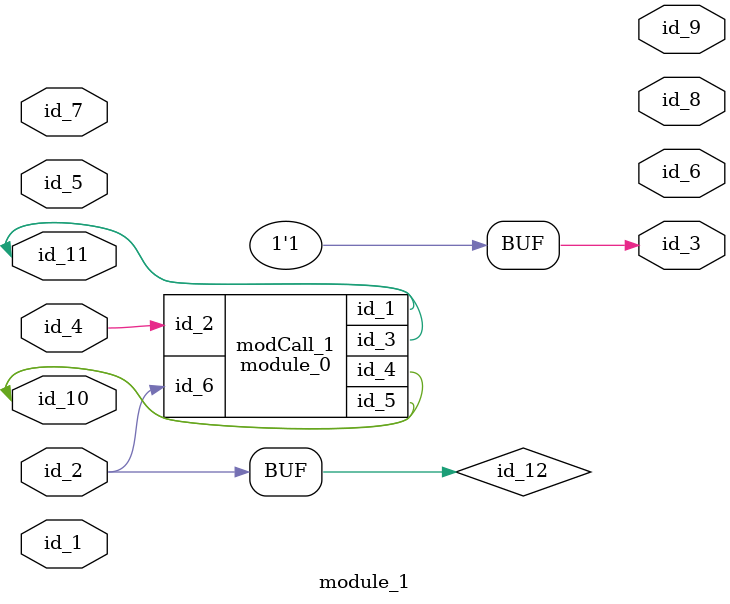
<source format=v>
module module_0 (
    id_1,
    id_2,
    id_3,
    id_4,
    id_5,
    id_6
);
  input wire id_6;
  inout wire id_5;
  inout wire id_4;
  inout wire id_3;
  input wire id_2;
  inout wire id_1;
  assign id_3 = 1;
endmodule
module module_1 (
    id_1,
    id_2,
    id_3,
    id_4,
    id_5,
    id_6,
    id_7,
    id_8,
    id_9,
    id_10,
    id_11
);
  inout wire id_11;
  inout wire id_10;
  output wire id_9;
  output wire id_8;
  input wire id_7;
  output wire id_6;
  inout wire id_5;
  input wire id_4;
  output wire id_3;
  input wire id_2;
  inout wire id_1;
  wire id_12;
  module_0 modCall_1 (
      id_11,
      id_4,
      id_11,
      id_10,
      id_10,
      id_12
  );
  assign id_5[1] = 1;
  assign id_3 = 1;
  assign id_12 = id_2;
endmodule

</source>
